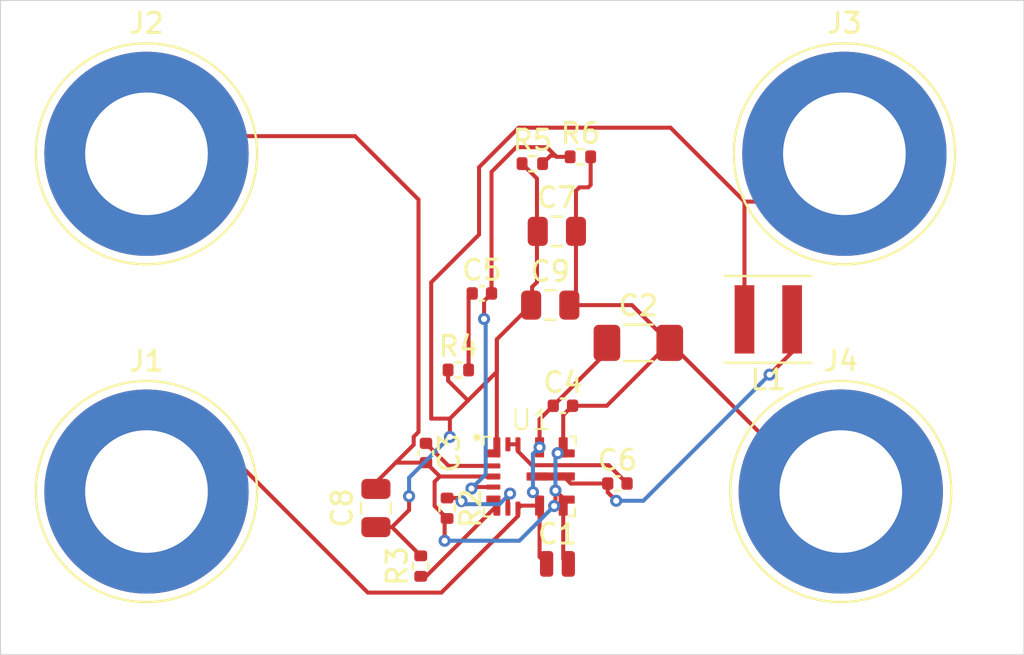
<source format=kicad_pcb>
(kicad_pcb (version 20240108) (generator "pcbnew") (generator_version "8.0")
  (layers (0 "F.Cu" signal) (31 "B.Cu" signal) (34 "B.Paste" user) (35 "F.Paste" user) (36 "B.SilkS" user "B.Silkscreen") (37 "F.SilkS" user "F.Silkscreen") (38 "B.Mask" user) (39 "F.Mask" user) (44 "Edge.Cuts" user))
  (net 0 "")
  (net 1 "Net-(J1-Pin_1)")
  (net 2 "GND")
  (net 3 "Net-(U1-VCC)")
  (net 4 "Net-(U1-FB)")
  (net 5 "Net-(C5-Pad1)")
  (net 6 "Net-(U1-SW)")
  (net 7 "Net-(U1-CBOOT)")
  (net 8 "Net-(J3-Pin_1)")
  (net 9 "Net-(U1-RT)")
  (net 10 "Net-(U1-PGOOD)")
  (footprint "Resistor_SMD:R_0402_1005Metric" (layer "F.Cu") (at 150.68 84.24)
    (property "Reference" "R6" (at 0 -1.17 0) (layer "F.SilkS"))
    (property "Value" "24.9k")
    (fp_line (start -0.153641 -0.38) (end 0.153641 -0.38) (stroke (width 0.12)) (layer "F.SilkS"))
    (fp_line (start -0.153641 0.38) (end 0.153641 0.38) (stroke (width 0.12)) (layer "F.SilkS"))
    (pad "1" smd roundrect (at -0.51 0) (size 0.54 0.64) (layers "F.Cu" "F.Paste" "F.Mask") (net 4 "Net-(U1-FB)"))
    (pad "2" smd roundrect (at 0.51 0) (size 0.54 0.64) (layers "F.Cu" "F.Paste" "F.Mask") (net 2 "GND"))
  )
  (footprint "Connector:Banana_Jack_1Pin" (layer "F.Cu") (at 129.1 84.09)
    (property "Reference" "J2" (at 0 -6.5 0) (layer "F.SilkS"))
    (property "Value" "Conn_01x01")
    (fp_circle (center 0 0) (end 5.5 0) (stroke (width 0.12)) (fill none) (layer "F.SilkS"))
    (pad "1" thru_hole circle (at 0 0) (size 10.16 10.16) (drill 6.1) (layers "*.Cu" "*.Mask") (net 2 "GND"))
  )
  (footprint "Capacitor_SMD:C_0402_1005Metric" (layer "F.Cu") (at 152.52 100.5)
    (property "Reference" "C6" (at 0 -1.16 0) (layer "F.SilkS"))
    (property "Value" "0.1uF")
    (fp_line (start -0.107836 -0.36) (end 0.107836 -0.36) (stroke (width 0.12)) (layer "F.SilkS"))
    (fp_line (start -0.107836 0.36) (end 0.107836 0.36) (stroke (width 0.12)) (layer "F.SilkS"))
    (pad "1" smd roundrect (at -0.48 0) (size 0.56 0.62) (layers "F.Cu" "F.Paste" "F.Mask") (net 6 "Net-(U1-SW)"))
    (pad "2" smd roundrect (at 0.48 0) (size 0.56 0.62) (layers "F.Cu" "F.Paste" "F.Mask") (net 7 "Net-(U1-CBOOT)"))
  )
  (footprint "Resistor_SMD:R_0402_1005Metric" (layer "F.Cu") (at 144.05 101.73 -90)
    (property "Reference" "R2" (at 0 -1.17 -90) (layer "F.SilkS"))
    (property "Value" "7")
    (fp_line (start -0.153641 0.38) (end 0.153641 0.38) (stroke (width 0.12)) (layer "F.SilkS"))
    (fp_line (start -0.153641 -0.38) (end 0.153641 -0.38) (stroke (width 0.12)) (layer "F.SilkS"))
    (pad "1" smd roundrect (at -0.51 0 270) (size 0.54 0.64) (layers "F.Cu" "F.Paste" "F.Mask") (net 9 "Net-(U1-RT)"))
    (pad "2" smd roundrect (at 0.51 0 270) (size 0.54 0.64) (layers "F.Cu" "F.Paste" "F.Mask") (net 2 "GND"))
  )
  (footprint "Capacitor_SMD:C_0805_2012Metric" (layer "F.Cu") (at 149.51 87.95)
    (property "Reference" "C7" (at 0 -1.68 0) (layer "F.SilkS"))
    (property "Value" "22uF")
    (fp_line (start -0.261252 -0.735) (end 0.261252 -0.735) (stroke (width 0.12)) (layer "F.SilkS"))
    (fp_line (start -0.261252 0.735) (end 0.261252 0.735) (stroke (width 0.12)) (layer "F.SilkS"))
    (pad "1" smd roundrect (at -0.95 0) (size 1 1.45) (layers "F.Cu" "F.Paste" "F.Mask") (net 8 "Net-(J3-Pin_1)"))
    (pad "2" smd roundrect (at 0.95 0) (size 1 1.45) (layers "F.Cu" "F.Paste" "F.Mask") (net 2 "GND"))
  )
  (footprint "Capacitor_SMD:C_0402_1005Metric" (layer "F.Cu") (at 143 98.98 -90)
    (property "Reference" "C3" (at 0 -1.16 90) (layer "F.SilkS"))
    (property "Value" "1uF")
    (fp_line (start -0.107836 0.36) (end 0.107836 0.36) (stroke (width 0.12)) (layer "F.SilkS"))
    (fp_line (start -0.107836 -0.36) (end 0.107836 -0.36) (stroke (width 0.12)) (layer "F.SilkS"))
    (pad "1" smd roundrect (at -0.48 0 270) (size 0.56 0.62) (layers "F.Cu" "F.Paste" "F.Mask") (net 3 "Net-(U1-VCC)"))
    (pad "2" smd roundrect (at 0.48 0 270) (size 0.56 0.62) (layers "F.Cu" "F.Paste" "F.Mask") (net 2 "GND"))
  )
  (footprint "Capacitor_SMD:C_0402_1005Metric" (layer "F.Cu") (at 149.81 96.63)
    (property "Reference" "C4" (at 0 -1.16 0) (layer "F.SilkS"))
    (property "Value" "0.1uF")
    (fp_line (start -0.107836 -0.36) (end 0.107836 -0.36) (stroke (width 0.12)) (layer "F.SilkS"))
    (fp_line (start -0.107836 0.36) (end 0.107836 0.36) (stroke (width 0.12)) (layer "F.SilkS"))
    (pad "1" smd roundrect (at -0.48 0) (size 0.56 0.62) (layers "F.Cu" "F.Paste" "F.Mask") (net 1 "Net-(J1-Pin_1)"))
    (pad "2" smd roundrect (at 0.48 0) (size 0.56 0.62) (layers "F.Cu" "F.Paste" "F.Mask") (net 2 "GND"))
  )
  (footprint "Library2:LMQ61460-Q1" (layer "F.Cu") (at 148.2 100.15)
    (property "Reference" "U1" (at 0.02 -2.82 0) (layer "F.SilkS") (effects (font (thickness 0.1))))
    (property "Value" "LMQ61460-Q1")
    (fp_line (start -2.33 -1.98) (end -2.33 -1.58) (stroke (width 0.1)) (layer "F.SilkS"))
    (fp_line (start -2.33 -1.98) (end -2.03 -1.98) (stroke (width 0.1)) (layer "F.SilkS"))
    (fp_line (start -2.33 -1.58) (end -2.33 -1.98) (stroke (width 0.1)) (layer "F.SilkS"))
    (fp_line (start -2.31 1.59) (end -2.31 1.99) (stroke (width 0.1)) (layer "F.SilkS"))
    (fp_line (start -2.31 1.99) (end -2.31 1.59) (stroke (width 0.1)) (layer "F.SilkS"))
    (fp_line (start -2.31 1.99) (end -2.01 1.99) (stroke (width 0.1)) (layer "F.SilkS"))
    (fp_line (start 2.21 1.58) (end 2.21 1.98) (stroke (width 0.1)) (layer "F.SilkS"))
    (fp_line (start 2.21 1.98) (end 1.91 1.98) (stroke (width 0.1)) (layer "F.SilkS"))
    (fp_line (start 2.21 1.98) (end 2.21 1.58) (stroke (width 0.1)) (layer "F.SilkS"))
    (fp_line (start 2.25 -1.99) (end 1.95 -1.99) (stroke (width 0.1)) (layer "F.SilkS"))
    (fp_line (start 2.25 -1.99) (end 2.25 -1.59) (stroke (width 0.1)) (layer "F.SilkS"))
    (fp_circle (center -2.67 -1.95) (end -2.539616 -1.95) (stroke (width 0.1)) (fill solid) (layer "F.SilkS"))
    (pad "1" smd roundrect (at -1.85 -1.15) (size 0.7 0.4) (layers "F.Cu" "F.Paste" "F.Mask") (roundrect_rratio 0.125) (net 8 "Net-(J3-Pin_1)"))
    (pad "1" smd roundrect (at -1.675 -1.45) (size 0.35 1) (layers "F.Cu" "F.Paste" "F.Mask") (roundrect_rratio 0.1428571429) (net 8 "Net-(J3-Pin_1)"))
    (pad "2" smd roundrect (at -1.85 -0.525) (size 0.7 0.25) (layers "F.Cu" "F.Paste" "F.Mask") (roundrect_rratio 0.2) (net 3 "Net-(U1-VCC)"))
    (pad "3" smd roundrect (at -1.85 0) (size 0.7 0.3) (layers "F.Cu" "F.Paste" "F.Mask") (roundrect_rratio 0.1666666667) (net 2 "GND"))
    (pad "4" smd roundrect (at -1.85 0.525) (size 0.7 0.25) (layers "F.Cu" "F.Paste" "F.Mask") (roundrect_rratio 0.2) (net 4 "Net-(U1-FB)"))
    (pad "5" smd roundrect (at -1.85 1.15) (size 0.7 0.4) (layers "F.Cu" "F.Paste" "F.Mask") (roundrect_rratio 0.125) (net 10 "Net-(U1-PGOOD)"))
    (pad "5" smd roundrect (at -1.675 1.45) (size 0.35 1) (layers "F.Cu" "F.Paste" "F.Mask") (roundrect_rratio 0.1428571429) (net 10 "Net-(U1-PGOOD)"))
    (pad "6" smd roundrect (at -1.125 1.6) (size 0.25 0.7) (layers "F.Cu" "F.Paste" "F.Mask") (roundrect_rratio 0.2) (net 9 "Net-(U1-RT)"))
    (pad "7" smd roundrect (at -0.625 1.6) (size 0.25 0.7) (layers "F.Cu" "F.Paste" "F.Mask") (roundrect_rratio 0.2) (net 1 "Net-(J1-Pin_1)"))
    (pad "8" smd roundrect (at 0.45 1.45) (size 0.45 1) (layers "F.Cu" "F.Paste" "F.Mask") (roundrect_rratio 0.1111111111) (net 1 "Net-(J1-Pin_1)"))
    (pad "9" smd roundrect (at 1.625 1.45) (size 0.45 1) (layers "F.Cu" "F.Paste" "F.Mask") (roundrect_rratio 0.1111111111) (net 2 "GND"))
    (pad "9" smd roundrect (at 1.8 1.15) (size 0.8 0.4) (layers "F.Cu" "F.Paste" "F.Mask") (roundrect_rratio 0.125) (net 2 "GND"))
    (pad "10" smd roundrect (at 0.35 0) (size 1.1 0.4) (layers "F.Cu" "F.Paste" "F.Mask") (roundrect_rratio 0.125) (net 6 "Net-(U1-SW)"))
    (pad "10" smd roundrect (at 1 0) (size 2.4 0.4) (layers "F.Cu" "F.Paste" "F.Mask") (roundrect_rratio 0.125) (net 6 "Net-(U1-SW)"))
    (pad "10" smd roundrect (at 1.65 0) (size 1.1 0.4) (layers "F.Cu" "F.Paste" "F.Mask") (roundrect_rratio 0.125) (net 6 "Net-(U1-SW)"))
    (pad "11" smd roundrect (at 1.625 -1.45) (size 0.45 1) (layers "F.Cu" "F.Paste" "F.Mask") (roundrect_rratio 0.1111111111) (net 2 "GND"))
    (pad "11" smd roundrect (at 1.8 -1.15) (size 0.8 0.4) (layers "F.Cu" "F.Paste" "F.Mask") (roundrect_rratio 0.125) (net 2 "GND"))
    (pad "12" smd roundrect (at 0.45 -1.45) (size 0.45 1) (layers "F.Cu" "F.Paste" "F.Mask") (roundrect_rratio 0.1111111111) (net 1 "Net-(J1-Pin_1)"))
    (pad "13" smd roundrect (at -0.625 -1.6) (size 0.25 0.7) (layers "F.Cu" "F.Paste" "F.Mask") (roundrect_rratio 0.2) (net 7 "Net-(U1-CBOOT)"))
    (pad "14" smd roundrect (at -1.125 -1.6) (size 0.25 0.7) (layers "F.Cu" "F.Paste" "F.Mask") (roundrect_rratio 0.2) (net 7 "Net-(U1-CBOOT)"))
  )
  (footprint "Capacitor_SMD:C_1206_3216Metric_Pad1.33x1.80mm_HandSolder" (layer "F.Cu") (at 153.5625 93.5)
    (property "Reference" "C2" (at 0 -1.85 0) (layer "F.SilkS"))
    (property "Value" "10uF")
    (fp_line (start -0.711252 -0.91) (end 0.711252 -0.91) (stroke (width 0.12)) (layer "F.SilkS"))
    (fp_line (start -0.711252 0.91) (end 0.711252 0.91) (stroke (width 0.12)) (layer "F.SilkS"))
    (pad "1" smd roundrect (at -1.5625 0) (size 1.325 1.8) (layers "F.Cu" "F.Paste" "F.Mask") (roundrect_rratio 0.188679) (net 1 "Net-(J1-Pin_1)"))
    (pad "2" smd roundrect (at 1.5625 0) (size 1.325 1.8) (layers "F.Cu" "F.Paste" "F.Mask") (roundrect_rratio 0.188679) (net 2 "GND"))
  )
  (footprint "Capacitor_SMD:C_0504_1310Metric" (layer "F.Cu") (at 149.54 104.5)
    (property "Reference" "C1" (at 0 -1.49 0) (layer "F.SilkS"))
    (property "Value" "0.1uF")
    (pad "1" smd roundrect (at -0.54 0) (size 0.66 1.28) (layers "F.Cu" "F.Paste" "F.Mask") (net 1 "Net-(J1-Pin_1)"))
    (pad "2" smd roundrect (at 0.54 0) (size 0.66 1.28) (layers "F.Cu" "F.Paste" "F.Mask") (net 2 "GND"))
  )
  (footprint "Connector:Banana_Jack_1Pin" (layer "F.Cu") (at 129.1 100.9)
    (property "Reference" "J1" (at 0 -6.5 0) (layer "F.SilkS"))
    (property "Value" "Conn_01x01")
    (fp_circle (center 0 0) (end 5.5 0) (stroke (width 0.12)) (fill none) (layer "F.SilkS"))
    (pad "1" thru_hole circle (at 0 0) (size 10.16 10.16) (drill 6.1) (layers "*.Cu" "*.Mask") (net 1 "Net-(J1-Pin_1)"))
  )
  (footprint "Connector:Banana_Jack_1Pin" (layer "F.Cu") (at 163.63 100.9)
    (property "Reference" "J4" (at 0 -6.5 0) (layer "F.SilkS"))
    (property "Value" "Conn_01x01")
    (fp_circle (center 0 0) (end 5.5 0) (stroke (width 0.12)) (fill none) (layer "F.SilkS"))
    (pad "1" thru_hole circle (at 0 0) (size 10.16 10.16) (drill 6.1) (layers "*.Cu" "*.Mask") (net 2 "GND"))
  )
  (footprint "Resistor_SMD:R_0402_1005Metric" (layer "F.Cu") (at 148.29 84.58)
    (property "Reference" "R5" (at 0 -1.17 0) (layer "F.SilkS"))
    (property "Value" "100k")
    (fp_line (start -0.153641 -0.38) (end 0.153641 -0.38) (stroke (width 0.12)) (layer "F.SilkS"))
    (fp_line (start -0.153641 0.38) (end 0.153641 0.38) (stroke (width 0.12)) (layer "F.SilkS"))
    (pad "1" smd roundrect (at -0.51 0) (size 0.54 0.64) (layers "F.Cu" "F.Paste" "F.Mask") (net 8 "Net-(J3-Pin_1)"))
    (pad "2" smd roundrect (at 0.51 0) (size 0.54 0.64) (layers "F.Cu" "F.Paste" "F.Mask") (net 4 "Net-(U1-FB)"))
  )
  (footprint "Resistor_SMD:R_0402_1005Metric" (layer "F.Cu") (at 142.74 104.61 90)
    (property "Reference" "R3" (at 0 -1.17 90) (layer "F.SilkS"))
    (property "Value" "10k")
    (fp_line (start -0.153641 -0.38) (end 0.153641 -0.38) (stroke (width 0.12)) (layer "F.SilkS"))
    (fp_line (start -0.153641 0.38) (end 0.153641 0.38) (stroke (width 0.12)) (layer "F.SilkS"))
    (pad "1" smd roundrect (at -0.51 0 90) (size 0.54 0.64) (layers "F.Cu" "F.Paste" "F.Mask") (net 10 "Net-(U1-PGOOD)"))
    (pad "2" smd roundrect (at 0.51 0 90) (size 0.54 0.64) (layers "F.Cu" "F.Paste" "F.Mask") (net 8 "Net-(J3-Pin_1)"))
  )
  (footprint "Capacitor_SMD:C_0402_1005Metric" (layer "F.Cu") (at 145.78 91.04)
    (property "Reference" "C5" (at 0 -1.16 0) (layer "F.SilkS"))
    (property "Value" "33pF")
    (fp_line (start -0.107836 -0.36) (end 0.107836 -0.36) (stroke (width 0.12)) (layer "F.SilkS"))
    (fp_line (start -0.107836 0.36) (end 0.107836 0.36) (stroke (width 0.12)) (layer "F.SilkS"))
    (pad "1" smd roundrect (at -0.48 0) (size 0.56 0.62) (layers "F.Cu" "F.Paste" "F.Mask") (net 5 "Net-(C5-Pad1)"))
    (pad "2" smd roundrect (at 0.48 0) (size 0.56 0.62) (layers "F.Cu" "F.Paste" "F.Mask") (net 4 "Net-(U1-FB)"))
  )
  (footprint "Inductor_SMD:L_Coilcraft_XxL4020" (layer "F.Cu") (at 160.025 92.33 180)
    (property "Reference" "L1" (at 0 -3 0) (layer "F.SilkS"))
    (property "Value" "1.5uH")
    (fp_line (start 2.154 2.154) (end -2.154 2.154) (stroke (width 0.12)) (layer "F.SilkS"))
    (fp_line (start -2.154 -2.154) (end 2.154 -2.154) (stroke (width 0.12)) (layer "F.SilkS"))
    (pad "1" smd rect (at -1.185 0 180) (size 0.98 3.4) (layers "F.Cu" "F.Paste" "F.Mask") (net 6 "Net-(U1-SW)"))
    (pad "2" smd rect (at 1.185 0 180) (size 0.98 3.4) (layers "F.Cu" "F.Paste" "F.Mask") (net 8 "Net-(J3-Pin_1)"))
  )
  (footprint "Resistor_SMD:R_0402_1005Metric" (layer "F.Cu") (at 144.61 94.85)
    (property "Reference" "R4" (at 0 -1.17 0) (layer "F.SilkS"))
    (property "Value" "1k")
    (fp_line (start -0.153641 -0.38) (end 0.153641 -0.38) (stroke (width 0.12)) (layer "F.SilkS"))
    (fp_line (start -0.153641 0.38) (end 0.153641 0.38) (stroke (width 0.12)) (layer "F.SilkS"))
    (pad "1" smd roundrect (at -0.51 0) (size 0.54 0.64) (layers "F.Cu" "F.Paste" "F.Mask") (net 8 "Net-(J3-Pin_1)"))
    (pad "2" smd roundrect (at 0.51 0) (size 0.54 0.64) (layers "F.Cu" "F.Paste" "F.Mask") (net 5 "Net-(C5-Pad1)"))
  )
  (footprint "Connector:Banana_Jack_1Pin" (layer "F.Cu") (at 163.81 84.09)
    (property "Reference" "J3" (at 0 -6.5 0) (layer "F.SilkS"))
    (property "Value" "Conn_01x01")
    (fp_circle (center 0 0) (end 5.5 0) (stroke (width 0.12)) (fill none) (layer "F.SilkS"))
    (pad "1" thru_hole circle (at 0 0) (size 10.16 10.16) (drill 6.1) (layers "*.Cu" "*.Mask") (net 8 "Net-(J3-Pin_1)"))
  )
  (footprint "Capacitor_SMD:C_0805_2012Metric" (layer "F.Cu") (at 140.51 101.72 90)
    (property "Reference" "C8" (at 0 -1.68 90) (layer "F.SilkS"))
    (property "Value" "22uF")
    (fp_line (start -0.261252 -0.735) (end 0.261252 -0.735) (stroke (width 0.12)) (layer "F.SilkS"))
    (fp_line (start -0.261252 0.735) (end 0.261252 0.735) (stroke (width 0.12)) (layer "F.SilkS"))
    (pad "1" smd roundrect (at -0.95 0 90) (size 1 1.45) (layers "F.Cu" "F.Paste" "F.Mask") (net 8 "Net-(J3-Pin_1)"))
    (pad "2" smd roundrect (at 0.95 0 90) (size 1 1.45) (layers "F.Cu" "F.Paste" "F.Mask") (net 2 "GND"))
  )
  (footprint "Capacitor_SMD:C_0805_2012Metric" (layer "F.Cu") (at 149.18 91.62)
    (property "Reference" "C9" (at 0 -1.68 0) (layer "F.SilkS"))
    (property "Value" "22uF")
    (fp_line (start -0.261252 -0.735) (end 0.261252 -0.735) (stroke (width 0.12)) (layer "F.SilkS"))
    (fp_line (start -0.261252 0.735) (end 0.261252 0.735) (stroke (width 0.12)) (layer "F.SilkS"))
    (pad "1" smd roundrect (at -0.95 0) (size 1 1.45) (layers "F.Cu" "F.Paste" "F.Mask") (net 8 "Net-(J3-Pin_1)"))
    (pad "2" smd roundrect (at 0.95 0) (size 1 1.45) (layers "F.Cu" "F.Paste" "F.Mask") (net 2 "GND"))
  )
  (gr_rect (start 121.84 76.46) (end 172.74 109.01) (stroke (width 0.05)) (fill none) (layer "Edge.Cuts"))
  (segment (start 143.76636 105.93) (end 140.11 105.93) (width 0.2) (layer "F.Cu") (net 1))
  (segment (start 147.575 102.12136) (end 143.76636 105.93) (width 0.2) (layer "F.Cu") (net 1))
  (segment (start 148.65 98.7) (end 148.65 97.31) (width 0.2) (layer "F.Cu") (net 1))
  (segment (start 148.65 97.31) (end 152 93.96) (width 0.2) (layer "F.Cu") (net 1))
  (segment (start 148.65 101.26) (end 148.32 100.93) (width 0.2) (layer "F.Cu") (net 1))
  (segment (start 130.27 99.73) (end 129.1 100.9) (width 0.2) (layer "F.Cu") (net 1))
  (segment (start 133.91 99.73) (end 130.27 99.73) (width 0.2) (layer "F.Cu") (net 1))
  (segment (start 148.65 101.6) (end 148.65 101.26) (width 0.2) (layer "F.Cu") (net 1))
  (segment (start 148.65 101.6) (end 147.725 101.6) (width 0.2) (layer "F.Cu") (net 1))
  (segment (start 140.11 105.93) (end 133.91 99.73) (width 0.2) (layer "F.Cu") (net 1))
  (segment (start 148.65 101.6) (end 148.65 104.15) (width 0.2) (layer "F.Cu") (net 1))
  (segment (start 147.575 101.75) (end 147.575 102.12136) (width 0.2) (layer "F.Cu") (net 1))
  (segment (start 148.65 104.15) (end 149 104.5) (width 0.2) (layer "F.Cu") (net 1))
  (segment (start 147.725 101.6) (end 147.575 101.75) (width 0.2) (layer "F.Cu") (net 1))
  (segment (start 152 93.96) (end 152 93.5) (width 0.2) (layer "F.Cu") (net 1))
  (via (at 148.32 100.93) (size 0.6) (drill 0.3) (layers "F.Cu" "B.Cu") (net 1))
  (via (at 148.65 98.7) (size 0.6) (drill 0.3) (layers "F.Cu" "B.Cu") (net 1))
  (segment (start 148.32 99.03) (end 148.65 98.7) (width 0.2) (layer "B.Cu") (net 1))
  (segment (start 148.32 100.93) (end 148.32 99.03) (width 0.2) (layer "B.Cu") (net 1))
  (segment (start 144.05 102.24) (end 143.43 101.62) (width 0.2) (layer "F.Cu") (net 2))
  (segment (start 149.44 100.85) (end 149.44 101.555) (width 0.2) (layer "F.Cu") (net 2))
  (segment (start 150.13 91.62) (end 150.13 91.46) (width 0.2) (layer "F.Cu") (net 2))
  (segment (start 149.99 98.99) (end 150 99) (width 0.2) (layer "F.Cu") (net 2))
  (segment (start 142.39 98.57) (end 142.39 98.173866) (width 0.2) (layer "F.Cu") (net 2))
  (segment (start 150.46 91.13) (end 150.46 87.95) (width 0.2) (layer "F.Cu") (net 2))
  (segment (start 150.46 87.95) (end 150.46 85.93) (width 0.2) (layer "F.Cu") (net 2))
  (segment (start 149.825 101.6) (end 149.825 101.235) (width 0.2) (layer "F.Cu") (net 2))
  (segment (start 149.825 98.7) (end 149.825 97.095) (width 0.2) (layer "F.Cu") (net 2))
  (segment (start 153.245 91.62) (end 150.13 91.62) (width 0.2) (layer "F.Cu") (net 2))
  (segment (start 143.928235 102.361765) (end 144.05 102.24) (width 0.2) (layer "F.Cu") (net 2))
  (segment (start 141.5 99.46) (end 142.39 98.57) (width 0.2) (layer "F.Cu") (net 2))
  (segment (start 129.98 83.21) (end 129.1 84.09) (width 0.2) (layer "F.Cu") (net 2))
  (segment (start 149.825 97.095) (end 150.29 96.63) (width 0.2) (layer "F.Cu") (net 2))
  (segment (start 141.5 99.46) (end 140.51 100.45) (width 0.2) (layer "F.Cu") (net 2))
  (segment (start 150.46 85.93) (end 150.63 85.76) (width 0.2) (layer "F.Cu") (net 2))
  (segment (start 149.44 101.555) (end 149.375 101.62) (width 0.2) (layer "F.Cu") (net 2))
  (segment (start 151.07 85.76) (end 151.19 85.64) (width 0.2) (layer "F.Cu") (net 2))
  (segment (start 142.63 86.37) (end 139.47 83.21) (width 0.2) (layer "F.Cu") (net 2))
  (segment (start 155.125 93.5) (end 160.31 98.685) (width 0.2) (layer "F.Cu") (net 2))
  (segment (start 143.928235 103.348235) (end 143.928235 102.361765) (width 0.2) (layer "F.Cu") (net 2))
  (segment (start 142.39 98.173866) (end 142.63 97.933866) (width 0.2) (layer "F.Cu") (net 2))
  (segment (start 149.825 101.6) (end 149.825 104.245) (width 0.2) (layer "F.Cu") (net 2))
  (segment (start 150.13 91.46) (end 150.46 91.13) (width 0.2) (layer "F.Cu") (net 2))
  (segment (start 149.825 104.245) (end 150.08 104.5) (width 0.2) (layer "F.Cu") (net 2))
  (segment (start 149.55 98.99) (end 149.99 98.99) (width 0.2) (layer "F.Cu") (net 2))
  (segment (start 140.51 100.45) (end 140.51 100.77) (width 0.2) (layer "F.Cu") (net 2))
  (segment (start 151.995 96.63) (end 155.125 93.5) (width 0.2) (layer "F.Cu") (net 2))
  (segment (start 143.69 100.15) (end 143 99.46) (width 0.2) (layer "F.Cu") (net 2))
  (segment (start 150.63 85.76) (end 151.07 85.76) (width 0.2) (layer "F.Cu") (net 2))
  (segment (start 142.63 97.933866) (end 142.63 86.37) (width 0.2) (layer "F.Cu") (net 2))
  (segment (start 139.47 83.21) (end 129.98 83.21) (width 0.2) (layer "F.Cu") (net 2))
  (segment (start 149.825 101.235) (end 149.44 100.85) (width 0.2) (layer "F.Cu") (net 2))
  (segment (start 150.29 96.63) (end 151.995 96.63) (width 0.2) (layer "F.Cu") (net 2))
  (segment (start 143 99.46) (end 141.5 99.46) (width 0.2) (layer "F.Cu") (net 2))
  (segment (start 146.35 100.15) (end 143.69 100.15) (width 0.2) (layer "F.Cu") (net 2))
  (segment (start 155.125 93.5) (end 153.245 91.62) (width 0.2) (layer "F.Cu") (net 2))
  (segment (start 143.43 100.41) (end 143.69 100.15) (width 0.2) (layer "F.Cu") (net 2))
  (segment (start 151.19 85.64) (end 151.19 84.24) (width 0.2) (layer "F.Cu") (net 2))
  (segment (start 160.31 98.685) (end 160.31 99.01) (width 0.2) (layer "F.Cu") (net 2))
  (segment (start 143.43 101.62) (end 143.43 100.41) (width 0.2) (layer "F.Cu") (net 2))
  (via (at 143.928235 103.348235) (size 0.6) (drill 0.3) (layers "F.Cu" "B.Cu") (net 2))
  (via (at 149.375 101.62) (size 0.6) (drill 0.3) (layers "F.Cu" "B.Cu") (net 2))
  (via (at 149.55 98.99) (size 0.6) (drill 0.3) (layers "F.Cu" "B.Cu") (net 2))
  (via (at 149.44 100.85) (size 0.6) (drill 0.3) (layers "F.Cu" "B.Cu") (net 2))
  (segment (start 149.44 99.1) (end 149.55 98.99) (width 0.2) (layer "B.Cu") (net 2))
  (segment (start 149.375 101.62) (end 147.646765 103.348235) (width 0.2) (layer "B.Cu") (net 2))
  (segment (start 147.646765 103.348235) (end 143.928235 103.348235) (width 0.2) (layer "B.Cu") (net 2))
  (segment (start 149.44 100.85) (end 149.44 99.1) (width 0.2) (layer "B.Cu") (net 2))
  (segment (start 146.35 99.625) (end 144.125 99.625) (width 0.2) (layer "F.Cu") (net 3))
  (segment (start 144.125 99.625) (end 143 98.5) (width 0.2) (layer "F.Cu") (net 3))
  (segment (start 149.01 83.76) (end 147.49 83.76) (width 0.2) (layer "F.Cu") (net 4))
  (segment (start 150.17 84.24) (end 149.49 84.24) (width 0.2) (layer "F.Cu") (net 4))
  (segment (start 149.49 84.24) (end 149.01 83.76) (width 0.2) (layer "F.Cu") (net 4))
  (segment (start 146.35 100.675) (end 145.338051 100.675) (width 0.2) (layer "F.Cu") (net 4))
  (segment (start 145.338051 100.675) (end 145.263051 100.75) (width 0.2) (layer "F.Cu") (net 4))
  (segment (start 145.89 92.31) (end 145.89 91.41) (width 0.2) (layer "F.Cu") (net 4))
  (segment (start 149.435 84.185) (end 149.195 84.185) (width 0.2) (layer "F.Cu") (net 4))
  (segment (start 146.26 84.99) (end 146.26 91.04) (width 0.2) (layer "F.Cu") (net 4))
  (segment (start 147.49 83.76) (end 146.26 84.99) (width 0.2) (layer "F.Cu") (net 4))
  (segment (start 145.89 91.41) (end 146.26 91.04) (width 0.2) (layer "F.Cu") (net 4))
  (segment (start 149.195 84.185) (end 148.8 84.58) (width 0.2) (layer "F.Cu") (net 4))
  (segment (start 149.49 84.24) (end 149.435 84.185) (width 0.2) (layer "F.Cu") (net 4))
  (via (at 145.263051 100.75) (size 0.6) (drill 0.3) (layers "F.Cu" "B.Cu") (net 4))
  (via (at 145.89 92.31) (size 0.6) (drill 0.3) (layers "F.Cu" "B.Cu") (net 4))
  (segment (start 145.263051 100.75) (end 145.97 100.043051) (width 0.2) (layer "B.Cu") (net 4))
  (segment (start 145.97 92.39) (end 145.89 92.31) (width 0.2) (layer "B.Cu") (net 4))
  (segment (start 145.97 100.043051) (end 145.97 92.39) (width 0.2) (layer "B.Cu") (net 4))
  (segment (start 145.12 94.85) (end 145.12 91.22) (width 0.2) (layer "F.Cu") (net 5))
  (segment (start 145.12 91.22) (end 145.3 91.04) (width 0.2) (layer "F.Cu") (net 5))
  (segment (start 145.29 94.85) (end 145.13 94.85) (width 0.2) (layer "F.Cu") (net 5))
  (segment (start 152.04 100.5) (end 150.2 100.5) (width 0.2) (layer "F.Cu") (net 6))
  (segment (start 161.21 93.96) (end 161.21 92.33) (width 0.2) (layer "F.Cu") (net 6))
  (segment (start 152.04 100.5) (end 152.04 100.94) (width 0.2) (layer "F.Cu") (net 6))
  (segment (start 152.04 100.94) (end 152.46 101.36) (width 0.2) (layer "F.Cu") (net 6))
  (segment (start 150.2 100.5) (end 149.85 100.15) (width 0.2) (layer "F.Cu") (net 6))
  (segment (start 160.09 95.08) (end 161.21 93.96) (width 0.2) (layer "F.Cu") (net 6))
  (via (at 152.46 101.36) (size 0.6) (drill 0.3) (layers "F.Cu" "B.Cu") (net 6))
  (via (at 160.09 95.08) (size 0.6) (drill 0.3) (layers "F.Cu" "B.Cu") (net 6))
  (segment (start 152.46 101.36) (end 153.81 101.36) (width 0.2) (layer "B.Cu") (net 6))
  (segment (start 153.81 101.36) (end 160.09 95.08) (width 0.2) (layer "B.Cu") (net 6))
  (segment (start 148.265 99.59) (end 147.575 98.9) (width 0.2) (layer "F.Cu") (net 7))
  (segment (start 147.575 98.9) (end 147.575 98.55) (width 0.2) (layer "F.Cu") (net 7))
  (segment (start 153 100.5) (end 152.09 99.59) (width 0.2) (layer "F.Cu") (net 7))
  (segment (start 152.09 99.59) (end 148.265 99.59) (width 0.2) (layer "F.Cu") (net 7))
  (segment (start 147.575 98.55) (end 147.075 98.55) (width 0.2) (layer "F.Cu") (net 7))
  (segment (start 144.19 97.27) (end 143.26 97.27) (width 0.2) (layer "F.Cu") (net 8))
  (segment (start 143.26 90.49) (end 145.64 88.11) (width 0.2) (layer "F.Cu") (net 8))
  (segment (start 144.1 94.85) (end 144.1 95.38) (width 0.2) (layer "F.Cu") (net 8))
  (segment (start 148.28 91.57) (end 146.525 93.325) (width 0.2) (layer "F.Cu") (net 8))
  (segment (start 146.525 93.325) (end 146.525 94.935) (width 0.2) (layer "F.Cu") (net 8))
  (segment (start 158.84 86.47) (end 158.84 92.33) (width 0.2) (layer "F.Cu") (net 8))
  (segment (start 144.19 98.18) (end 144.19 97.27) (width 0.2) (layer "F.Cu") (net 8))
  (segment (start 146.525 93.325) (end 146.525 98.7) (width 0.2) (layer "F.Cu") (net 8))
  (segment (start 141.31 102.67) (end 142.16 101.82) (width 0.2) (layer "F.Cu") (net 8))
  (segment (start 145.95 95.51) (end 145.09 96.37) (width 0.2) (layer "F.Cu") (net 8))
  (segment (start 158.84 86.47) (end 161.43 86.47) (width 0.2) (layer "F.Cu") (net 8))
  (segment (start 141.31 102.67) (end 142.74 104.1) (width 0.2) (layer "F.Cu") (net 8))
  (segment (start 145.09 96.37) (end 144.19 97.27) (width 0.2) (layer "F.Cu") (net 8))
  (segment (start 143.26 97.27) (end 143.26 90.49) (width 0.2) (layer "F.Cu") (net 8))
  (segment (start 147.78 84.58) (end 148.52 85.32) (width 0.2) (layer "F.Cu") (net 8))
  (segment (start 144.1 95.38) (end 145.09 96.37) (width 0.2) (layer "F.Cu") (net 8))
  (segment (start 146.525 94.935) (end 145.95 95.51) (width 0.2) (layer "F.Cu") (net 8))
  (segment (start 145.64 88.11) (end 145.64 84.76) (width 0.2) (layer "F.Cu") (net 8))
  (segment (start 142.16 101.82) (end 142.16 101.13) (width 0.2) (layer "F.Cu") (net 8))
  (segment (start 155.16 82.79) (end 158.84 86.47) (width 0.2) (layer "F.Cu") (net 8))
  (segment (start 140.51 102.67) (end 141.31 102.67) (width 0.2) (layer "F.Cu") (net 8))
  (segment (start 161.43 86.47) (end 163.81 84.09) (width 0.2) (layer "F.Cu") (net 8))
  (segment (start 145.64 84.76) (end 147.61 82.79) (width 0.2) (layer "F.Cu") (net 8))
  (segment (start 148.52 90.48) (end 148.28 90.72) (width 0.2) (layer "F.Cu") (net 8))
  (segment (start 147.61 82.79) (end 155.16 82.79) (width 0.2) (layer "F.Cu") (net 8))
  (segment (start 148.28 90.72) (end 148.28 91.57) (width 0.2) (layer "F.Cu") (net 8))
  (segment (start 148.52 85.32) (end 148.52 90.48) (width 0.2) (layer "F.Cu") (net 8))
  (via (at 142.16 101.13) (size 0.6) (drill 0.3) (layers "F.Cu" "B.Cu") (net 8))
  (via (at 144.19 98.18) (size 0.6) (drill 0.3) (layers "F.Cu" "B.Cu") (net 8))
  (segment (start 142.16 100.21) (end 144.19 98.18) (width 0.2) (layer "B.Cu") (net 8))
  (segment (start 142.16 101.13) (end 142.16 100.21) (width 0.2) (layer "B.Cu") (net 8))
  (segment (start 147.075 101.107514) (end 147.075 101.75) (width 0.2) (layer "F.Cu") (net 9))
  (segment (start 144.61 101.22) (end 144.05 101.22) (width 0.2) (layer "F.Cu") (net 9))
  (segment (start 147.180351 101.002163) (end 147.075 101.107514) (width 0.2) (layer "F.Cu") (net 9))
  (segment (start 144.77 101.38) (end 144.61 101.22) (width 0.2) (layer "F.Cu") (net 9))
  (via (at 147.180351 101.002163) (size 0.6) (drill 0.3) (layers "F.Cu" "B.Cu") (net 9))
  (via (at 144.77 101.38) (size 0.6) (drill 0.3) (layers "F.Cu" "B.Cu") (net 9))
  (segment (start 144.77 101.38) (end 144.92 101.53) (width 0.2) (layer "B.Cu") (net 9))
  (segment (start 146.652514 101.53) (end 147.180351 101.002163) (width 0.2) (layer "B.Cu") (net 9))
  (segment (start 144.92 101.53) (end 146.652514 101.53) (width 0.2) (layer "B.Cu") (net 9))
  (segment (start 143.005 105.12) (end 142.74 105.12) (width 0.2) (layer "F.Cu") (net 10))
  (segment (start 146.525 101.6) (end 143.005 105.12) (width 0.2) (layer "F.Cu") (net 10))
)
</source>
